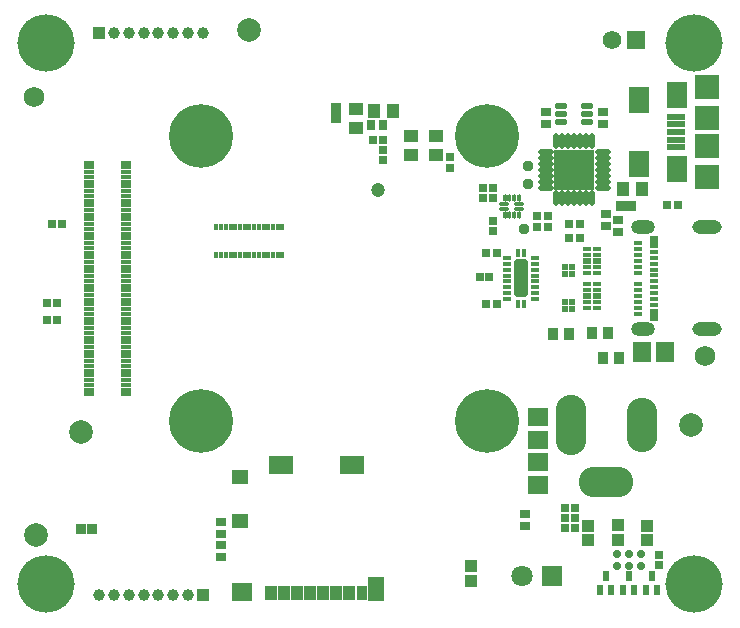
<source format=gbs>
G04*
G04 #@! TF.GenerationSoftware,Altium Limited,Altium Designer,20.0.13 (296)*
G04*
G04 Layer_Color=16711935*
%FSLAX44Y44*%
%MOMM*%
G71*
G01*
G75*
%ADD73R,0.7532X0.6532*%
%ADD75R,0.8532X0.7532*%
%ADD76R,0.6532X0.7532*%
%ADD77R,1.1032X1.2032*%
%ADD78R,1.2032X1.1032*%
%ADD79R,0.8232X0.8232*%
%ADD80R,0.7532X0.8532*%
%ADD83R,0.8232X0.8232*%
%ADD84C,1.2032*%
%ADD91R,0.7232X0.7232*%
%ADD92R,1.7032X1.5032*%
%ADD93R,1.5032X1.7032*%
%ADD104C,2.0000*%
%ADD105R,0.6500X0.4000*%
%ADD106R,0.6500X0.5000*%
%ADD108R,0.9032X1.1032*%
%ADD109R,0.7232X0.7232*%
%ADD122C,1.8032*%
%ADD123R,1.8032X1.8032*%
%ADD125C,4.8500*%
%ADD127O,2.0000X1.2000*%
%ADD128O,2.5000X1.2000*%
%ADD129R,1.5712X1.5712*%
%ADD130C,1.5712*%
%ADD131O,4.6000X2.6000*%
%ADD132O,2.6000X5.1000*%
%ADD133O,2.6000X4.6000*%
%ADD134C,2.0032*%
%ADD135R,1.0032X1.0032*%
%ADD136C,1.0032*%
%ADD137C,1.7272*%
%ADD138C,0.7032*%
%ADD208R,0.5032X0.9132*%
%ADD209R,1.7532X1.5532*%
%ADD210R,1.3732X2.0032*%
%ADD211R,2.1032X1.5532*%
%ADD212R,1.4032X1.2032*%
%ADD213R,1.0532X1.3032*%
%ADD214R,1.0782X1.3032*%
%ADD215R,0.9532X1.3032*%
G04:AMPARAMS|DCode=216|XSize=0.3mm|YSize=0.8mm|CornerRadius=0.1mm|HoleSize=0mm|Usage=FLASHONLY|Rotation=270.000|XOffset=0mm|YOffset=0mm|HoleType=Round|Shape=RoundedRectangle|*
%AMROUNDEDRECTD216*
21,1,0.3000,0.6000,0,0,270.0*
21,1,0.1000,0.8000,0,0,270.0*
1,1,0.2000,-0.3000,-0.0500*
1,1,0.2000,-0.3000,0.0500*
1,1,0.2000,0.3000,0.0500*
1,1,0.2000,0.3000,-0.0500*
%
%ADD216ROUNDEDRECTD216*%
G04:AMPARAMS|DCode=217|XSize=0.3mm|YSize=0.6mm|CornerRadius=0.1mm|HoleSize=0mm|Usage=FLASHONLY|Rotation=180.000|XOffset=0mm|YOffset=0mm|HoleType=Round|Shape=RoundedRectangle|*
%AMROUNDEDRECTD217*
21,1,0.3000,0.4000,0,0,180.0*
21,1,0.1000,0.6000,0,0,180.0*
1,1,0.2000,-0.0500,0.2000*
1,1,0.2000,0.0500,0.2000*
1,1,0.2000,0.0500,-0.2000*
1,1,0.2000,-0.0500,-0.2000*
%
%ADD217ROUNDEDRECTD217*%
G04:AMPARAMS|DCode=218|XSize=0.39mm|YSize=0.74mm|CornerRadius=0.095mm|HoleSize=0mm|Usage=FLASHONLY|Rotation=270.000|XOffset=0mm|YOffset=0mm|HoleType=Round|Shape=RoundedRectangle|*
%AMROUNDEDRECTD218*
21,1,0.3900,0.5500,0,0,270.0*
21,1,0.2000,0.7400,0,0,270.0*
1,1,0.1900,-0.2750,-0.1000*
1,1,0.1900,-0.2750,0.1000*
1,1,0.1900,0.2750,0.1000*
1,1,0.1900,0.2750,-0.1000*
%
%ADD218ROUNDEDRECTD218*%
G04:AMPARAMS|DCode=219|XSize=0.39mm|YSize=0.74mm|CornerRadius=0.095mm|HoleSize=0mm|Usage=FLASHONLY|Rotation=0.000|XOffset=0mm|YOffset=0mm|HoleType=Round|Shape=RoundedRectangle|*
%AMROUNDEDRECTD219*
21,1,0.3900,0.5500,0,0,0.0*
21,1,0.2000,0.7400,0,0,0.0*
1,1,0.1900,0.1000,-0.2750*
1,1,0.1900,-0.1000,-0.2750*
1,1,0.1900,-0.1000,0.2750*
1,1,0.1900,0.1000,0.2750*
%
%ADD219ROUNDEDRECTD219*%
G04:AMPARAMS|DCode=220|XSize=1.14mm|YSize=3.14mm|CornerRadius=0.12mm|HoleSize=0mm|Usage=FLASHONLY|Rotation=0.000|XOffset=0mm|YOffset=0mm|HoleType=Round|Shape=RoundedRectangle|*
%AMROUNDEDRECTD220*
21,1,1.1400,2.9000,0,0,0.0*
21,1,0.9000,3.1400,0,0,0.0*
1,1,0.2400,0.4500,-1.4500*
1,1,0.2400,-0.4500,-1.4500*
1,1,0.2400,-0.4500,1.4500*
1,1,0.2400,0.4500,1.4500*
%
%ADD220ROUNDEDRECTD220*%
%ADD221C,0.9532*%
%ADD222R,0.8000X0.4000*%
%ADD223R,0.8000X1.1000*%
%ADD224R,0.9032X0.3832*%
%ADD225R,0.5632X0.5232*%
%ADD226R,1.7032X2.2032*%
%ADD227R,2.1032X2.1032*%
%ADD228R,2.1032X2.0032*%
%ADD229R,1.5532X0.6032*%
%ADD230R,1.8032X2.3032*%
G04:AMPARAMS|DCode=231|XSize=0.552mm|YSize=1.052mm|CornerRadius=0.176mm|HoleSize=0mm|Usage=FLASHONLY|Rotation=90.000|XOffset=0mm|YOffset=0mm|HoleType=Round|Shape=RoundedRectangle|*
%AMROUNDEDRECTD231*
21,1,0.5520,0.7000,0,0,90.0*
21,1,0.2000,1.0520,0,0,90.0*
1,1,0.3520,0.3500,0.1000*
1,1,0.3520,0.3500,-0.1000*
1,1,0.3520,-0.3500,-0.1000*
1,1,0.3520,-0.3500,0.1000*
%
%ADD231ROUNDEDRECTD231*%
%ADD232O,0.5032X1.3532*%
%ADD233O,1.3532X0.5032*%
%ADD234R,3.3532X3.3532*%
%ADD235R,0.3200X0.6000*%
%ADD236C,5.4000*%
%ADD237C,0.6080*%
D73*
X544500Y42000D02*
D03*
Y51000D02*
D03*
X311375Y384917D02*
D03*
Y393917D02*
D03*
X368000Y387500D02*
D03*
Y378500D02*
D03*
D75*
X431000Y85500D02*
D03*
Y75500D02*
D03*
X174000Y79000D02*
D03*
Y69000D02*
D03*
Y59500D02*
D03*
Y49500D02*
D03*
X449000Y416000D02*
D03*
Y426000D02*
D03*
X510000Y334500D02*
D03*
Y324500D02*
D03*
X497000Y426000D02*
D03*
Y416000D02*
D03*
X499500Y329500D02*
D03*
Y339500D02*
D03*
D76*
X474000Y82500D02*
D03*
X465000D02*
D03*
X474000Y91000D02*
D03*
X465000D02*
D03*
X551500Y347000D02*
D03*
X560500D02*
D03*
X465000Y73500D02*
D03*
X474000D02*
D03*
X450472Y328480D02*
D03*
X441472D02*
D03*
X450770Y338000D02*
D03*
X441770D02*
D03*
X477500Y319000D02*
D03*
X468500D02*
D03*
X477500Y331000D02*
D03*
X468500D02*
D03*
X395500Y362000D02*
D03*
X404500D02*
D03*
X395500Y353000D02*
D03*
X404500D02*
D03*
X398500Y307000D02*
D03*
X407500D02*
D03*
X398500Y263000D02*
D03*
X407500D02*
D03*
X311500Y402000D02*
D03*
X302500D02*
D03*
X26500Y264000D02*
D03*
X35500D02*
D03*
X26500Y250000D02*
D03*
X35500D02*
D03*
X30500Y331000D02*
D03*
X39500D02*
D03*
D77*
X530000Y361000D02*
D03*
X514000D02*
D03*
X303150Y427030D02*
D03*
X319150D02*
D03*
D78*
X334518Y389820D02*
D03*
Y405820D02*
D03*
X356375Y389917D02*
D03*
Y405917D02*
D03*
X287827Y428214D02*
D03*
Y412214D02*
D03*
D79*
X271000Y429500D02*
D03*
Y420500D02*
D03*
D80*
X300909Y414640D02*
D03*
X310909D02*
D03*
D83*
X521500Y346500D02*
D03*
X512500D02*
D03*
X64500Y73000D02*
D03*
X55500D02*
D03*
D84*
X306982Y360261D02*
D03*
D91*
X393000Y286000D02*
D03*
X401000D02*
D03*
D92*
X442000Y110500D02*
D03*
Y129500D02*
D03*
X442000Y148500D02*
D03*
Y167500D02*
D03*
D93*
X549500Y223000D02*
D03*
X530500D02*
D03*
D104*
X16960Y68240D02*
D03*
X55500Y155000D02*
D03*
X198000Y495000D02*
D03*
D105*
X491900Y280000D02*
D03*
Y275000D02*
D03*
Y265000D02*
D03*
Y260000D02*
D03*
X484100D02*
D03*
Y265000D02*
D03*
Y275000D02*
D03*
Y280000D02*
D03*
X491900Y310000D02*
D03*
Y305000D02*
D03*
Y295000D02*
D03*
Y290000D02*
D03*
X484100D02*
D03*
Y295000D02*
D03*
Y305000D02*
D03*
Y310000D02*
D03*
D106*
X491900Y270000D02*
D03*
X484100D02*
D03*
X491900Y300000D02*
D03*
X484100D02*
D03*
D108*
X511190Y217480D02*
D03*
X497190D02*
D03*
X469000Y238000D02*
D03*
X455000D02*
D03*
X488000Y239000D02*
D03*
X502000D02*
D03*
D109*
X404235Y325334D02*
D03*
Y333334D02*
D03*
D122*
X428800Y33500D02*
D03*
D123*
X454200D02*
D03*
D125*
X574000Y484000D02*
D03*
X26000Y26000D02*
D03*
X574000D02*
D03*
X26000Y484000D02*
D03*
D127*
X531509Y328262D02*
D03*
Y241862D02*
D03*
D128*
X585109Y328262D02*
D03*
Y241862D02*
D03*
D129*
X525000Y487000D02*
D03*
D130*
X505000D02*
D03*
D131*
X499750Y112750D02*
D03*
D132*
X470000Y161000D02*
D03*
D133*
X530000Y161000D02*
D03*
D134*
X571750Y161000D02*
D03*
D135*
X385500Y29250D02*
D03*
Y41750D02*
D03*
X485000Y63324D02*
D03*
Y75824D02*
D03*
X510000Y63824D02*
D03*
Y76324D02*
D03*
X535000Y63324D02*
D03*
Y75824D02*
D03*
X71000Y493000D02*
D03*
X158500Y17000D02*
D03*
D136*
X83500Y493000D02*
D03*
X96000D02*
D03*
X108500D02*
D03*
X121000D02*
D03*
X133500D02*
D03*
X146000D02*
D03*
X158500D02*
D03*
X121000Y17000D02*
D03*
X108500D02*
D03*
X133500D02*
D03*
X146000D02*
D03*
X83500D02*
D03*
X96000D02*
D03*
X71000D02*
D03*
D137*
X583500Y219500D02*
D03*
X15865Y438393D02*
D03*
D138*
X509500Y41500D02*
D03*
Y51500D02*
D03*
X519500Y41500D02*
D03*
Y51500D02*
D03*
X529500Y41500D02*
D03*
Y51500D02*
D03*
D208*
X543500Y21300D02*
D03*
X533500D02*
D03*
X538500Y33500D02*
D03*
X499500D02*
D03*
X494500Y21300D02*
D03*
X504500D02*
D03*
X519000Y33500D02*
D03*
X514000Y21300D02*
D03*
X524000D02*
D03*
D209*
X191900Y19750D02*
D03*
D210*
X305100Y22000D02*
D03*
D211*
X225150Y126750D02*
D03*
X284850D02*
D03*
D212*
X190150Y117000D02*
D03*
Y80000D02*
D03*
D213*
X216500Y18500D02*
D03*
X238500D02*
D03*
X249500D02*
D03*
X260500D02*
D03*
X271500D02*
D03*
X282500D02*
D03*
D214*
X227500D02*
D03*
D215*
X293000D02*
D03*
D216*
X413501Y344000D02*
D03*
Y348000D02*
D03*
X426501D02*
D03*
Y344000D02*
D03*
D217*
X414001Y353499D02*
D03*
X418001D02*
D03*
X422001D02*
D03*
X426001D02*
D03*
Y338499D02*
D03*
X422001D02*
D03*
X418001D02*
D03*
X414001D02*
D03*
D218*
X439500Y272500D02*
D03*
Y267500D02*
D03*
Y292500D02*
D03*
Y287500D02*
D03*
Y282500D02*
D03*
Y277500D02*
D03*
Y302500D02*
D03*
Y297500D02*
D03*
X416500Y302500D02*
D03*
Y287500D02*
D03*
Y282500D02*
D03*
Y267500D02*
D03*
Y292500D02*
D03*
Y297500D02*
D03*
Y272500D02*
D03*
Y277500D02*
D03*
D219*
X425500Y263500D02*
D03*
X430500D02*
D03*
Y306500D02*
D03*
X425500D02*
D03*
D220*
X428000Y285000D02*
D03*
D221*
X434108Y364756D02*
D03*
X430176Y326836D02*
D03*
X434032Y380080D02*
D03*
D222*
X540409Y262562D02*
D03*
Y267562D02*
D03*
X527409Y315062D02*
D03*
Y310062D02*
D03*
Y305062D02*
D03*
Y300062D02*
D03*
Y295062D02*
D03*
Y290062D02*
D03*
Y280062D02*
D03*
Y275062D02*
D03*
Y270062D02*
D03*
Y265062D02*
D03*
Y260062D02*
D03*
Y255062D02*
D03*
X540409Y272562D02*
D03*
Y277562D02*
D03*
Y282562D02*
D03*
Y287562D02*
D03*
Y292562D02*
D03*
Y297562D02*
D03*
Y302562D02*
D03*
Y307562D02*
D03*
D223*
Y254062D02*
D03*
Y316062D02*
D03*
D224*
X93400Y187000D02*
D03*
Y191000D02*
D03*
Y195000D02*
D03*
Y199000D02*
D03*
Y203000D02*
D03*
Y207000D02*
D03*
Y211000D02*
D03*
Y215000D02*
D03*
Y219000D02*
D03*
Y223000D02*
D03*
Y227000D02*
D03*
Y231000D02*
D03*
Y235000D02*
D03*
Y239000D02*
D03*
Y243000D02*
D03*
Y247000D02*
D03*
Y251000D02*
D03*
Y255000D02*
D03*
Y259000D02*
D03*
Y263000D02*
D03*
Y267000D02*
D03*
Y271000D02*
D03*
Y275000D02*
D03*
Y279000D02*
D03*
Y283000D02*
D03*
Y287000D02*
D03*
Y291000D02*
D03*
Y295000D02*
D03*
Y299000D02*
D03*
Y303000D02*
D03*
Y307000D02*
D03*
Y311000D02*
D03*
Y315000D02*
D03*
Y319000D02*
D03*
Y323000D02*
D03*
Y327000D02*
D03*
Y331000D02*
D03*
Y335000D02*
D03*
Y339000D02*
D03*
Y343000D02*
D03*
Y347000D02*
D03*
Y351000D02*
D03*
Y355000D02*
D03*
Y359000D02*
D03*
Y363000D02*
D03*
Y367000D02*
D03*
Y371000D02*
D03*
Y375000D02*
D03*
Y379000D02*
D03*
Y383000D02*
D03*
X62600Y187000D02*
D03*
Y191000D02*
D03*
Y195000D02*
D03*
Y199000D02*
D03*
Y203000D02*
D03*
Y207000D02*
D03*
Y211000D02*
D03*
Y215000D02*
D03*
Y219000D02*
D03*
Y223000D02*
D03*
Y227000D02*
D03*
Y231000D02*
D03*
Y235000D02*
D03*
Y239000D02*
D03*
Y243000D02*
D03*
Y247000D02*
D03*
Y251000D02*
D03*
Y255000D02*
D03*
Y259000D02*
D03*
Y263000D02*
D03*
Y267000D02*
D03*
Y271000D02*
D03*
Y275000D02*
D03*
Y279000D02*
D03*
Y283000D02*
D03*
Y287000D02*
D03*
Y291000D02*
D03*
Y295000D02*
D03*
Y299000D02*
D03*
Y303000D02*
D03*
Y307000D02*
D03*
Y311000D02*
D03*
Y315000D02*
D03*
Y319000D02*
D03*
Y323000D02*
D03*
Y327000D02*
D03*
Y331000D02*
D03*
Y335000D02*
D03*
Y339000D02*
D03*
Y343000D02*
D03*
Y347000D02*
D03*
Y351000D02*
D03*
Y355000D02*
D03*
Y359000D02*
D03*
Y363000D02*
D03*
Y367000D02*
D03*
Y371000D02*
D03*
Y375000D02*
D03*
Y379000D02*
D03*
Y383000D02*
D03*
D225*
X465200Y259000D02*
D03*
X470800D02*
D03*
X465200Y265000D02*
D03*
X470800D02*
D03*
X465200Y289000D02*
D03*
X470800D02*
D03*
X465200Y295000D02*
D03*
X470800D02*
D03*
D226*
X528000Y382000D02*
D03*
Y436000D02*
D03*
D227*
X585750Y397000D02*
D03*
Y421000D02*
D03*
D228*
Y371000D02*
D03*
Y447000D02*
D03*
D229*
X559000Y409000D02*
D03*
Y415500D02*
D03*
Y422000D02*
D03*
Y402500D02*
D03*
Y396000D02*
D03*
D230*
X560250Y440000D02*
D03*
Y378000D02*
D03*
D231*
X462000Y430750D02*
D03*
Y424250D02*
D03*
Y417750D02*
D03*
X484000D02*
D03*
Y424250D02*
D03*
Y430750D02*
D03*
D232*
X488000Y401000D02*
D03*
X483000D02*
D03*
X478000D02*
D03*
X473000D02*
D03*
X468000D02*
D03*
X463000D02*
D03*
X458000D02*
D03*
Y353000D02*
D03*
X463000D02*
D03*
X468000D02*
D03*
X473000D02*
D03*
X478000D02*
D03*
X483000D02*
D03*
X488000D02*
D03*
D233*
X449000Y392000D02*
D03*
Y387000D02*
D03*
Y382000D02*
D03*
Y377000D02*
D03*
Y372000D02*
D03*
Y367000D02*
D03*
Y362000D02*
D03*
X497000D02*
D03*
Y367000D02*
D03*
Y372000D02*
D03*
Y377000D02*
D03*
Y382000D02*
D03*
Y387000D02*
D03*
Y392000D02*
D03*
D234*
X473000Y377000D02*
D03*
D235*
X226000Y305000D02*
D03*
X222000D02*
D03*
X218000D02*
D03*
X214000D02*
D03*
X202000D02*
D03*
X198000D02*
D03*
X194000D02*
D03*
X190000D02*
D03*
X186000D02*
D03*
X182000D02*
D03*
X178000D02*
D03*
X174000D02*
D03*
X170000D02*
D03*
Y329000D02*
D03*
X174000D02*
D03*
X178000D02*
D03*
X182000D02*
D03*
X186000D02*
D03*
X190000D02*
D03*
X194000D02*
D03*
X198000D02*
D03*
X202000D02*
D03*
X206000D02*
D03*
X210000D02*
D03*
X214000D02*
D03*
X218000D02*
D03*
X222000D02*
D03*
X226000D02*
D03*
X210000Y305000D02*
D03*
X206000D02*
D03*
D236*
X157000Y406000D02*
D03*
X399000D02*
D03*
Y164000D02*
D03*
X157000D02*
D03*
D237*
X171672Y420672D02*
D03*
X142327Y391328D02*
D03*
Y420672D02*
D03*
X171672Y391328D02*
D03*
X413672Y420672D02*
D03*
X384328Y391328D02*
D03*
Y420672D02*
D03*
X413672Y391328D02*
D03*
Y178673D02*
D03*
X384328Y149328D02*
D03*
Y178673D02*
D03*
X413672Y149328D02*
D03*
X171672Y178673D02*
D03*
X142327Y149328D02*
D03*
Y178673D02*
D03*
X171672Y149328D02*
D03*
M02*

</source>
